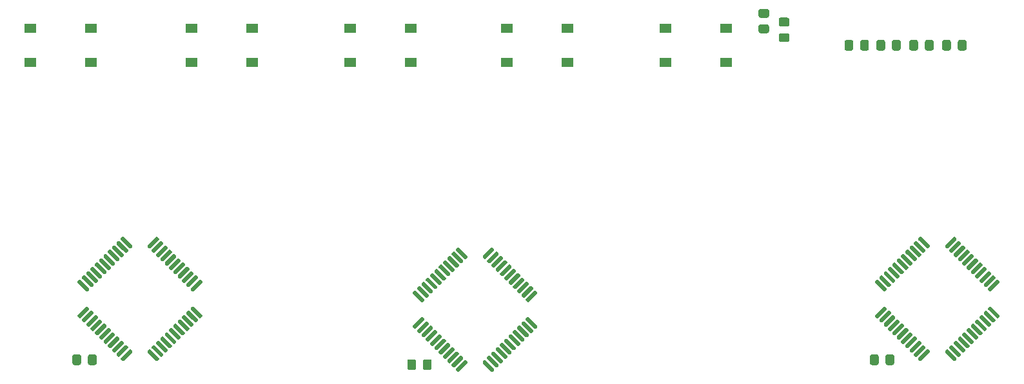
<source format=gbr>
G04 #@! TF.GenerationSoftware,KiCad,Pcbnew,5.1.7*
G04 #@! TF.CreationDate,2020-10-09T13:13:43+08:00*
G04 #@! TF.ProjectId,Nixie,4e697869-652e-46b6-9963-61645f706362,rev?*
G04 #@! TF.SameCoordinates,Original*
G04 #@! TF.FileFunction,Paste,Top*
G04 #@! TF.FilePolarity,Positive*
%FSLAX46Y46*%
G04 Gerber Fmt 4.6, Leading zero omitted, Abs format (unit mm)*
G04 Created by KiCad (PCBNEW 5.1.7) date 2020-10-09 13:13:43*
%MOMM*%
%LPD*%
G01*
G04 APERTURE LIST*
%ADD10R,1.550000X1.300000*%
G04 APERTURE END LIST*
G04 #@! TO.C,U3*
G36*
G01*
X192655051Y-111488788D02*
X193786422Y-112620159D01*
G75*
G02*
X193786422Y-112814613I-97227J-97227D01*
G01*
X193591967Y-113009068D01*
G75*
G02*
X193397513Y-113009068I-97227J97227D01*
G01*
X192266142Y-111877697D01*
G75*
G02*
X192266142Y-111683243I97227J97227D01*
G01*
X192460597Y-111488788D01*
G75*
G02*
X192655051Y-111488788I97227J-97227D01*
G01*
G37*
G36*
G01*
X192089366Y-112054474D02*
X193220737Y-113185845D01*
G75*
G02*
X193220737Y-113380299I-97227J-97227D01*
G01*
X193026282Y-113574754D01*
G75*
G02*
X192831828Y-113574754I-97227J97227D01*
G01*
X191700457Y-112443383D01*
G75*
G02*
X191700457Y-112248929I97227J97227D01*
G01*
X191894912Y-112054474D01*
G75*
G02*
X192089366Y-112054474I97227J-97227D01*
G01*
G37*
G36*
G01*
X191523681Y-112620159D02*
X192655052Y-113751530D01*
G75*
G02*
X192655052Y-113945984I-97227J-97227D01*
G01*
X192460597Y-114140439D01*
G75*
G02*
X192266143Y-114140439I-97227J97227D01*
G01*
X191134772Y-113009068D01*
G75*
G02*
X191134772Y-112814614I97227J97227D01*
G01*
X191329227Y-112620159D01*
G75*
G02*
X191523681Y-112620159I97227J-97227D01*
G01*
G37*
G36*
G01*
X190957995Y-113185844D02*
X192089366Y-114317215D01*
G75*
G02*
X192089366Y-114511669I-97227J-97227D01*
G01*
X191894911Y-114706124D01*
G75*
G02*
X191700457Y-114706124I-97227J97227D01*
G01*
X190569086Y-113574753D01*
G75*
G02*
X190569086Y-113380299I97227J97227D01*
G01*
X190763541Y-113185844D01*
G75*
G02*
X190957995Y-113185844I97227J-97227D01*
G01*
G37*
G36*
G01*
X190392310Y-113751530D02*
X191523681Y-114882901D01*
G75*
G02*
X191523681Y-115077355I-97227J-97227D01*
G01*
X191329226Y-115271810D01*
G75*
G02*
X191134772Y-115271810I-97227J97227D01*
G01*
X190003401Y-114140439D01*
G75*
G02*
X190003401Y-113945985I97227J97227D01*
G01*
X190197856Y-113751530D01*
G75*
G02*
X190392310Y-113751530I97227J-97227D01*
G01*
G37*
G36*
G01*
X189826624Y-114317215D02*
X190957995Y-115448586D01*
G75*
G02*
X190957995Y-115643040I-97227J-97227D01*
G01*
X190763540Y-115837495D01*
G75*
G02*
X190569086Y-115837495I-97227J97227D01*
G01*
X189437715Y-114706124D01*
G75*
G02*
X189437715Y-114511670I97227J97227D01*
G01*
X189632170Y-114317215D01*
G75*
G02*
X189826624Y-114317215I97227J-97227D01*
G01*
G37*
G36*
G01*
X189260939Y-114882901D02*
X190392310Y-116014272D01*
G75*
G02*
X190392310Y-116208726I-97227J-97227D01*
G01*
X190197855Y-116403181D01*
G75*
G02*
X190003401Y-116403181I-97227J97227D01*
G01*
X188872030Y-115271810D01*
G75*
G02*
X188872030Y-115077356I97227J97227D01*
G01*
X189066485Y-114882901D01*
G75*
G02*
X189260939Y-114882901I97227J-97227D01*
G01*
G37*
G36*
G01*
X188695253Y-115448586D02*
X189826624Y-116579957D01*
G75*
G02*
X189826624Y-116774411I-97227J-97227D01*
G01*
X189632169Y-116968866D01*
G75*
G02*
X189437715Y-116968866I-97227J97227D01*
G01*
X188306344Y-115837495D01*
G75*
G02*
X188306344Y-115643041I97227J97227D01*
G01*
X188500799Y-115448586D01*
G75*
G02*
X188695253Y-115448586I97227J-97227D01*
G01*
G37*
G36*
G01*
X188129568Y-116014272D02*
X189260939Y-117145643D01*
G75*
G02*
X189260939Y-117340097I-97227J-97227D01*
G01*
X189066484Y-117534552D01*
G75*
G02*
X188872030Y-117534552I-97227J97227D01*
G01*
X187740659Y-116403181D01*
G75*
G02*
X187740659Y-116208727I97227J97227D01*
G01*
X187935114Y-116014272D01*
G75*
G02*
X188129568Y-116014272I97227J-97227D01*
G01*
G37*
G36*
G01*
X187563883Y-116579957D02*
X188695254Y-117711328D01*
G75*
G02*
X188695254Y-117905782I-97227J-97227D01*
G01*
X188500799Y-118100237D01*
G75*
G02*
X188306345Y-118100237I-97227J97227D01*
G01*
X187174974Y-116968866D01*
G75*
G02*
X187174974Y-116774412I97227J97227D01*
G01*
X187369429Y-116579957D01*
G75*
G02*
X187563883Y-116579957I97227J-97227D01*
G01*
G37*
G36*
G01*
X186998197Y-117145642D02*
X188129568Y-118277013D01*
G75*
G02*
X188129568Y-118471467I-97227J-97227D01*
G01*
X187935113Y-118665922D01*
G75*
G02*
X187740659Y-118665922I-97227J97227D01*
G01*
X186609288Y-117534551D01*
G75*
G02*
X186609288Y-117340097I97227J97227D01*
G01*
X186803743Y-117145642D01*
G75*
G02*
X186998197Y-117145642I97227J-97227D01*
G01*
G37*
G36*
G01*
X184417257Y-117145642D02*
X184611712Y-117340097D01*
G75*
G02*
X184611712Y-117534551I-97227J-97227D01*
G01*
X183480341Y-118665922D01*
G75*
G02*
X183285887Y-118665922I-97227J97227D01*
G01*
X183091432Y-118471467D01*
G75*
G02*
X183091432Y-118277013I97227J97227D01*
G01*
X184222803Y-117145642D01*
G75*
G02*
X184417257Y-117145642I97227J-97227D01*
G01*
G37*
G36*
G01*
X183851571Y-116579957D02*
X184046026Y-116774412D01*
G75*
G02*
X184046026Y-116968866I-97227J-97227D01*
G01*
X182914655Y-118100237D01*
G75*
G02*
X182720201Y-118100237I-97227J97227D01*
G01*
X182525746Y-117905782D01*
G75*
G02*
X182525746Y-117711328I97227J97227D01*
G01*
X183657117Y-116579957D01*
G75*
G02*
X183851571Y-116579957I97227J-97227D01*
G01*
G37*
G36*
G01*
X183285886Y-116014272D02*
X183480341Y-116208727D01*
G75*
G02*
X183480341Y-116403181I-97227J-97227D01*
G01*
X182348970Y-117534552D01*
G75*
G02*
X182154516Y-117534552I-97227J97227D01*
G01*
X181960061Y-117340097D01*
G75*
G02*
X181960061Y-117145643I97227J97227D01*
G01*
X183091432Y-116014272D01*
G75*
G02*
X183285886Y-116014272I97227J-97227D01*
G01*
G37*
G36*
G01*
X182720201Y-115448586D02*
X182914656Y-115643041D01*
G75*
G02*
X182914656Y-115837495I-97227J-97227D01*
G01*
X181783285Y-116968866D01*
G75*
G02*
X181588831Y-116968866I-97227J97227D01*
G01*
X181394376Y-116774411D01*
G75*
G02*
X181394376Y-116579957I97227J97227D01*
G01*
X182525747Y-115448586D01*
G75*
G02*
X182720201Y-115448586I97227J-97227D01*
G01*
G37*
G36*
G01*
X182154515Y-114882901D02*
X182348970Y-115077356D01*
G75*
G02*
X182348970Y-115271810I-97227J-97227D01*
G01*
X181217599Y-116403181D01*
G75*
G02*
X181023145Y-116403181I-97227J97227D01*
G01*
X180828690Y-116208726D01*
G75*
G02*
X180828690Y-116014272I97227J97227D01*
G01*
X181960061Y-114882901D01*
G75*
G02*
X182154515Y-114882901I97227J-97227D01*
G01*
G37*
G36*
G01*
X181588830Y-114317215D02*
X181783285Y-114511670D01*
G75*
G02*
X181783285Y-114706124I-97227J-97227D01*
G01*
X180651914Y-115837495D01*
G75*
G02*
X180457460Y-115837495I-97227J97227D01*
G01*
X180263005Y-115643040D01*
G75*
G02*
X180263005Y-115448586I97227J97227D01*
G01*
X181394376Y-114317215D01*
G75*
G02*
X181588830Y-114317215I97227J-97227D01*
G01*
G37*
G36*
G01*
X181023144Y-113751530D02*
X181217599Y-113945985D01*
G75*
G02*
X181217599Y-114140439I-97227J-97227D01*
G01*
X180086228Y-115271810D01*
G75*
G02*
X179891774Y-115271810I-97227J97227D01*
G01*
X179697319Y-115077355D01*
G75*
G02*
X179697319Y-114882901I97227J97227D01*
G01*
X180828690Y-113751530D01*
G75*
G02*
X181023144Y-113751530I97227J-97227D01*
G01*
G37*
G36*
G01*
X180457459Y-113185844D02*
X180651914Y-113380299D01*
G75*
G02*
X180651914Y-113574753I-97227J-97227D01*
G01*
X179520543Y-114706124D01*
G75*
G02*
X179326089Y-114706124I-97227J97227D01*
G01*
X179131634Y-114511669D01*
G75*
G02*
X179131634Y-114317215I97227J97227D01*
G01*
X180263005Y-113185844D01*
G75*
G02*
X180457459Y-113185844I97227J-97227D01*
G01*
G37*
G36*
G01*
X179891773Y-112620159D02*
X180086228Y-112814614D01*
G75*
G02*
X180086228Y-113009068I-97227J-97227D01*
G01*
X178954857Y-114140439D01*
G75*
G02*
X178760403Y-114140439I-97227J97227D01*
G01*
X178565948Y-113945984D01*
G75*
G02*
X178565948Y-113751530I97227J97227D01*
G01*
X179697319Y-112620159D01*
G75*
G02*
X179891773Y-112620159I97227J-97227D01*
G01*
G37*
G36*
G01*
X179326088Y-112054474D02*
X179520543Y-112248929D01*
G75*
G02*
X179520543Y-112443383I-97227J-97227D01*
G01*
X178389172Y-113574754D01*
G75*
G02*
X178194718Y-113574754I-97227J97227D01*
G01*
X178000263Y-113380299D01*
G75*
G02*
X178000263Y-113185845I97227J97227D01*
G01*
X179131634Y-112054474D01*
G75*
G02*
X179326088Y-112054474I97227J-97227D01*
G01*
G37*
G36*
G01*
X178760403Y-111488788D02*
X178954858Y-111683243D01*
G75*
G02*
X178954858Y-111877697I-97227J-97227D01*
G01*
X177823487Y-113009068D01*
G75*
G02*
X177629033Y-113009068I-97227J97227D01*
G01*
X177434578Y-112814613D01*
G75*
G02*
X177434578Y-112620159I97227J97227D01*
G01*
X178565949Y-111488788D01*
G75*
G02*
X178760403Y-111488788I97227J-97227D01*
G01*
G37*
G36*
G01*
X177823487Y-107970932D02*
X178954858Y-109102303D01*
G75*
G02*
X178954858Y-109296757I-97227J-97227D01*
G01*
X178760403Y-109491212D01*
G75*
G02*
X178565949Y-109491212I-97227J97227D01*
G01*
X177434578Y-108359841D01*
G75*
G02*
X177434578Y-108165387I97227J97227D01*
G01*
X177629033Y-107970932D01*
G75*
G02*
X177823487Y-107970932I97227J-97227D01*
G01*
G37*
G36*
G01*
X178389172Y-107405246D02*
X179520543Y-108536617D01*
G75*
G02*
X179520543Y-108731071I-97227J-97227D01*
G01*
X179326088Y-108925526D01*
G75*
G02*
X179131634Y-108925526I-97227J97227D01*
G01*
X178000263Y-107794155D01*
G75*
G02*
X178000263Y-107599701I97227J97227D01*
G01*
X178194718Y-107405246D01*
G75*
G02*
X178389172Y-107405246I97227J-97227D01*
G01*
G37*
G36*
G01*
X178954857Y-106839561D02*
X180086228Y-107970932D01*
G75*
G02*
X180086228Y-108165386I-97227J-97227D01*
G01*
X179891773Y-108359841D01*
G75*
G02*
X179697319Y-108359841I-97227J97227D01*
G01*
X178565948Y-107228470D01*
G75*
G02*
X178565948Y-107034016I97227J97227D01*
G01*
X178760403Y-106839561D01*
G75*
G02*
X178954857Y-106839561I97227J-97227D01*
G01*
G37*
G36*
G01*
X179520543Y-106273876D02*
X180651914Y-107405247D01*
G75*
G02*
X180651914Y-107599701I-97227J-97227D01*
G01*
X180457459Y-107794156D01*
G75*
G02*
X180263005Y-107794156I-97227J97227D01*
G01*
X179131634Y-106662785D01*
G75*
G02*
X179131634Y-106468331I97227J97227D01*
G01*
X179326089Y-106273876D01*
G75*
G02*
X179520543Y-106273876I97227J-97227D01*
G01*
G37*
G36*
G01*
X180086228Y-105708190D02*
X181217599Y-106839561D01*
G75*
G02*
X181217599Y-107034015I-97227J-97227D01*
G01*
X181023144Y-107228470D01*
G75*
G02*
X180828690Y-107228470I-97227J97227D01*
G01*
X179697319Y-106097099D01*
G75*
G02*
X179697319Y-105902645I97227J97227D01*
G01*
X179891774Y-105708190D01*
G75*
G02*
X180086228Y-105708190I97227J-97227D01*
G01*
G37*
G36*
G01*
X180651914Y-105142505D02*
X181783285Y-106273876D01*
G75*
G02*
X181783285Y-106468330I-97227J-97227D01*
G01*
X181588830Y-106662785D01*
G75*
G02*
X181394376Y-106662785I-97227J97227D01*
G01*
X180263005Y-105531414D01*
G75*
G02*
X180263005Y-105336960I97227J97227D01*
G01*
X180457460Y-105142505D01*
G75*
G02*
X180651914Y-105142505I97227J-97227D01*
G01*
G37*
G36*
G01*
X181217599Y-104576819D02*
X182348970Y-105708190D01*
G75*
G02*
X182348970Y-105902644I-97227J-97227D01*
G01*
X182154515Y-106097099D01*
G75*
G02*
X181960061Y-106097099I-97227J97227D01*
G01*
X180828690Y-104965728D01*
G75*
G02*
X180828690Y-104771274I97227J97227D01*
G01*
X181023145Y-104576819D01*
G75*
G02*
X181217599Y-104576819I97227J-97227D01*
G01*
G37*
G36*
G01*
X181783285Y-104011134D02*
X182914656Y-105142505D01*
G75*
G02*
X182914656Y-105336959I-97227J-97227D01*
G01*
X182720201Y-105531414D01*
G75*
G02*
X182525747Y-105531414I-97227J97227D01*
G01*
X181394376Y-104400043D01*
G75*
G02*
X181394376Y-104205589I97227J97227D01*
G01*
X181588831Y-104011134D01*
G75*
G02*
X181783285Y-104011134I97227J-97227D01*
G01*
G37*
G36*
G01*
X182348970Y-103445448D02*
X183480341Y-104576819D01*
G75*
G02*
X183480341Y-104771273I-97227J-97227D01*
G01*
X183285886Y-104965728D01*
G75*
G02*
X183091432Y-104965728I-97227J97227D01*
G01*
X181960061Y-103834357D01*
G75*
G02*
X181960061Y-103639903I97227J97227D01*
G01*
X182154516Y-103445448D01*
G75*
G02*
X182348970Y-103445448I97227J-97227D01*
G01*
G37*
G36*
G01*
X182914655Y-102879763D02*
X184046026Y-104011134D01*
G75*
G02*
X184046026Y-104205588I-97227J-97227D01*
G01*
X183851571Y-104400043D01*
G75*
G02*
X183657117Y-104400043I-97227J97227D01*
G01*
X182525746Y-103268672D01*
G75*
G02*
X182525746Y-103074218I97227J97227D01*
G01*
X182720201Y-102879763D01*
G75*
G02*
X182914655Y-102879763I97227J-97227D01*
G01*
G37*
G36*
G01*
X183480341Y-102314078D02*
X184611712Y-103445449D01*
G75*
G02*
X184611712Y-103639903I-97227J-97227D01*
G01*
X184417257Y-103834358D01*
G75*
G02*
X184222803Y-103834358I-97227J97227D01*
G01*
X183091432Y-102702987D01*
G75*
G02*
X183091432Y-102508533I97227J97227D01*
G01*
X183285887Y-102314078D01*
G75*
G02*
X183480341Y-102314078I97227J-97227D01*
G01*
G37*
G36*
G01*
X187935113Y-102314078D02*
X188129568Y-102508533D01*
G75*
G02*
X188129568Y-102702987I-97227J-97227D01*
G01*
X186998197Y-103834358D01*
G75*
G02*
X186803743Y-103834358I-97227J97227D01*
G01*
X186609288Y-103639903D01*
G75*
G02*
X186609288Y-103445449I97227J97227D01*
G01*
X187740659Y-102314078D01*
G75*
G02*
X187935113Y-102314078I97227J-97227D01*
G01*
G37*
G36*
G01*
X188500799Y-102879763D02*
X188695254Y-103074218D01*
G75*
G02*
X188695254Y-103268672I-97227J-97227D01*
G01*
X187563883Y-104400043D01*
G75*
G02*
X187369429Y-104400043I-97227J97227D01*
G01*
X187174974Y-104205588D01*
G75*
G02*
X187174974Y-104011134I97227J97227D01*
G01*
X188306345Y-102879763D01*
G75*
G02*
X188500799Y-102879763I97227J-97227D01*
G01*
G37*
G36*
G01*
X189066484Y-103445448D02*
X189260939Y-103639903D01*
G75*
G02*
X189260939Y-103834357I-97227J-97227D01*
G01*
X188129568Y-104965728D01*
G75*
G02*
X187935114Y-104965728I-97227J97227D01*
G01*
X187740659Y-104771273D01*
G75*
G02*
X187740659Y-104576819I97227J97227D01*
G01*
X188872030Y-103445448D01*
G75*
G02*
X189066484Y-103445448I97227J-97227D01*
G01*
G37*
G36*
G01*
X189632169Y-104011134D02*
X189826624Y-104205589D01*
G75*
G02*
X189826624Y-104400043I-97227J-97227D01*
G01*
X188695253Y-105531414D01*
G75*
G02*
X188500799Y-105531414I-97227J97227D01*
G01*
X188306344Y-105336959D01*
G75*
G02*
X188306344Y-105142505I97227J97227D01*
G01*
X189437715Y-104011134D01*
G75*
G02*
X189632169Y-104011134I97227J-97227D01*
G01*
G37*
G36*
G01*
X190197855Y-104576819D02*
X190392310Y-104771274D01*
G75*
G02*
X190392310Y-104965728I-97227J-97227D01*
G01*
X189260939Y-106097099D01*
G75*
G02*
X189066485Y-106097099I-97227J97227D01*
G01*
X188872030Y-105902644D01*
G75*
G02*
X188872030Y-105708190I97227J97227D01*
G01*
X190003401Y-104576819D01*
G75*
G02*
X190197855Y-104576819I97227J-97227D01*
G01*
G37*
G36*
G01*
X190763540Y-105142505D02*
X190957995Y-105336960D01*
G75*
G02*
X190957995Y-105531414I-97227J-97227D01*
G01*
X189826624Y-106662785D01*
G75*
G02*
X189632170Y-106662785I-97227J97227D01*
G01*
X189437715Y-106468330D01*
G75*
G02*
X189437715Y-106273876I97227J97227D01*
G01*
X190569086Y-105142505D01*
G75*
G02*
X190763540Y-105142505I97227J-97227D01*
G01*
G37*
G36*
G01*
X191329226Y-105708190D02*
X191523681Y-105902645D01*
G75*
G02*
X191523681Y-106097099I-97227J-97227D01*
G01*
X190392310Y-107228470D01*
G75*
G02*
X190197856Y-107228470I-97227J97227D01*
G01*
X190003401Y-107034015D01*
G75*
G02*
X190003401Y-106839561I97227J97227D01*
G01*
X191134772Y-105708190D01*
G75*
G02*
X191329226Y-105708190I97227J-97227D01*
G01*
G37*
G36*
G01*
X191894911Y-106273876D02*
X192089366Y-106468331D01*
G75*
G02*
X192089366Y-106662785I-97227J-97227D01*
G01*
X190957995Y-107794156D01*
G75*
G02*
X190763541Y-107794156I-97227J97227D01*
G01*
X190569086Y-107599701D01*
G75*
G02*
X190569086Y-107405247I97227J97227D01*
G01*
X191700457Y-106273876D01*
G75*
G02*
X191894911Y-106273876I97227J-97227D01*
G01*
G37*
G36*
G01*
X192460597Y-106839561D02*
X192655052Y-107034016D01*
G75*
G02*
X192655052Y-107228470I-97227J-97227D01*
G01*
X191523681Y-108359841D01*
G75*
G02*
X191329227Y-108359841I-97227J97227D01*
G01*
X191134772Y-108165386D01*
G75*
G02*
X191134772Y-107970932I97227J97227D01*
G01*
X192266143Y-106839561D01*
G75*
G02*
X192460597Y-106839561I97227J-97227D01*
G01*
G37*
G36*
G01*
X193026282Y-107405246D02*
X193220737Y-107599701D01*
G75*
G02*
X193220737Y-107794155I-97227J-97227D01*
G01*
X192089366Y-108925526D01*
G75*
G02*
X191894912Y-108925526I-97227J97227D01*
G01*
X191700457Y-108731071D01*
G75*
G02*
X191700457Y-108536617I97227J97227D01*
G01*
X192831828Y-107405246D01*
G75*
G02*
X193026282Y-107405246I97227J-97227D01*
G01*
G37*
G36*
G01*
X193591967Y-107970932D02*
X193786422Y-108165387D01*
G75*
G02*
X193786422Y-108359841I-97227J-97227D01*
G01*
X192655051Y-109491212D01*
G75*
G02*
X192460597Y-109491212I-97227J97227D01*
G01*
X192266142Y-109296757D01*
G75*
G02*
X192266142Y-109102303I97227J97227D01*
G01*
X193397513Y-107970932D01*
G75*
G02*
X193591967Y-107970932I97227J-97227D01*
G01*
G37*
G04 #@! TD*
G04 #@! TO.C,U2*
G36*
G01*
X131949051Y-112885788D02*
X133080422Y-114017159D01*
G75*
G02*
X133080422Y-114211613I-97227J-97227D01*
G01*
X132885967Y-114406068D01*
G75*
G02*
X132691513Y-114406068I-97227J97227D01*
G01*
X131560142Y-113274697D01*
G75*
G02*
X131560142Y-113080243I97227J97227D01*
G01*
X131754597Y-112885788D01*
G75*
G02*
X131949051Y-112885788I97227J-97227D01*
G01*
G37*
G36*
G01*
X131383366Y-113451474D02*
X132514737Y-114582845D01*
G75*
G02*
X132514737Y-114777299I-97227J-97227D01*
G01*
X132320282Y-114971754D01*
G75*
G02*
X132125828Y-114971754I-97227J97227D01*
G01*
X130994457Y-113840383D01*
G75*
G02*
X130994457Y-113645929I97227J97227D01*
G01*
X131188912Y-113451474D01*
G75*
G02*
X131383366Y-113451474I97227J-97227D01*
G01*
G37*
G36*
G01*
X130817681Y-114017159D02*
X131949052Y-115148530D01*
G75*
G02*
X131949052Y-115342984I-97227J-97227D01*
G01*
X131754597Y-115537439D01*
G75*
G02*
X131560143Y-115537439I-97227J97227D01*
G01*
X130428772Y-114406068D01*
G75*
G02*
X130428772Y-114211614I97227J97227D01*
G01*
X130623227Y-114017159D01*
G75*
G02*
X130817681Y-114017159I97227J-97227D01*
G01*
G37*
G36*
G01*
X130251995Y-114582844D02*
X131383366Y-115714215D01*
G75*
G02*
X131383366Y-115908669I-97227J-97227D01*
G01*
X131188911Y-116103124D01*
G75*
G02*
X130994457Y-116103124I-97227J97227D01*
G01*
X129863086Y-114971753D01*
G75*
G02*
X129863086Y-114777299I97227J97227D01*
G01*
X130057541Y-114582844D01*
G75*
G02*
X130251995Y-114582844I97227J-97227D01*
G01*
G37*
G36*
G01*
X129686310Y-115148530D02*
X130817681Y-116279901D01*
G75*
G02*
X130817681Y-116474355I-97227J-97227D01*
G01*
X130623226Y-116668810D01*
G75*
G02*
X130428772Y-116668810I-97227J97227D01*
G01*
X129297401Y-115537439D01*
G75*
G02*
X129297401Y-115342985I97227J97227D01*
G01*
X129491856Y-115148530D01*
G75*
G02*
X129686310Y-115148530I97227J-97227D01*
G01*
G37*
G36*
G01*
X129120624Y-115714215D02*
X130251995Y-116845586D01*
G75*
G02*
X130251995Y-117040040I-97227J-97227D01*
G01*
X130057540Y-117234495D01*
G75*
G02*
X129863086Y-117234495I-97227J97227D01*
G01*
X128731715Y-116103124D01*
G75*
G02*
X128731715Y-115908670I97227J97227D01*
G01*
X128926170Y-115714215D01*
G75*
G02*
X129120624Y-115714215I97227J-97227D01*
G01*
G37*
G36*
G01*
X128554939Y-116279901D02*
X129686310Y-117411272D01*
G75*
G02*
X129686310Y-117605726I-97227J-97227D01*
G01*
X129491855Y-117800181D01*
G75*
G02*
X129297401Y-117800181I-97227J97227D01*
G01*
X128166030Y-116668810D01*
G75*
G02*
X128166030Y-116474356I97227J97227D01*
G01*
X128360485Y-116279901D01*
G75*
G02*
X128554939Y-116279901I97227J-97227D01*
G01*
G37*
G36*
G01*
X127989253Y-116845586D02*
X129120624Y-117976957D01*
G75*
G02*
X129120624Y-118171411I-97227J-97227D01*
G01*
X128926169Y-118365866D01*
G75*
G02*
X128731715Y-118365866I-97227J97227D01*
G01*
X127600344Y-117234495D01*
G75*
G02*
X127600344Y-117040041I97227J97227D01*
G01*
X127794799Y-116845586D01*
G75*
G02*
X127989253Y-116845586I97227J-97227D01*
G01*
G37*
G36*
G01*
X127423568Y-117411272D02*
X128554939Y-118542643D01*
G75*
G02*
X128554939Y-118737097I-97227J-97227D01*
G01*
X128360484Y-118931552D01*
G75*
G02*
X128166030Y-118931552I-97227J97227D01*
G01*
X127034659Y-117800181D01*
G75*
G02*
X127034659Y-117605727I97227J97227D01*
G01*
X127229114Y-117411272D01*
G75*
G02*
X127423568Y-117411272I97227J-97227D01*
G01*
G37*
G36*
G01*
X126857883Y-117976957D02*
X127989254Y-119108328D01*
G75*
G02*
X127989254Y-119302782I-97227J-97227D01*
G01*
X127794799Y-119497237D01*
G75*
G02*
X127600345Y-119497237I-97227J97227D01*
G01*
X126468974Y-118365866D01*
G75*
G02*
X126468974Y-118171412I97227J97227D01*
G01*
X126663429Y-117976957D01*
G75*
G02*
X126857883Y-117976957I97227J-97227D01*
G01*
G37*
G36*
G01*
X126292197Y-118542642D02*
X127423568Y-119674013D01*
G75*
G02*
X127423568Y-119868467I-97227J-97227D01*
G01*
X127229113Y-120062922D01*
G75*
G02*
X127034659Y-120062922I-97227J97227D01*
G01*
X125903288Y-118931551D01*
G75*
G02*
X125903288Y-118737097I97227J97227D01*
G01*
X126097743Y-118542642D01*
G75*
G02*
X126292197Y-118542642I97227J-97227D01*
G01*
G37*
G36*
G01*
X123711257Y-118542642D02*
X123905712Y-118737097D01*
G75*
G02*
X123905712Y-118931551I-97227J-97227D01*
G01*
X122774341Y-120062922D01*
G75*
G02*
X122579887Y-120062922I-97227J97227D01*
G01*
X122385432Y-119868467D01*
G75*
G02*
X122385432Y-119674013I97227J97227D01*
G01*
X123516803Y-118542642D01*
G75*
G02*
X123711257Y-118542642I97227J-97227D01*
G01*
G37*
G36*
G01*
X123145571Y-117976957D02*
X123340026Y-118171412D01*
G75*
G02*
X123340026Y-118365866I-97227J-97227D01*
G01*
X122208655Y-119497237D01*
G75*
G02*
X122014201Y-119497237I-97227J97227D01*
G01*
X121819746Y-119302782D01*
G75*
G02*
X121819746Y-119108328I97227J97227D01*
G01*
X122951117Y-117976957D01*
G75*
G02*
X123145571Y-117976957I97227J-97227D01*
G01*
G37*
G36*
G01*
X122579886Y-117411272D02*
X122774341Y-117605727D01*
G75*
G02*
X122774341Y-117800181I-97227J-97227D01*
G01*
X121642970Y-118931552D01*
G75*
G02*
X121448516Y-118931552I-97227J97227D01*
G01*
X121254061Y-118737097D01*
G75*
G02*
X121254061Y-118542643I97227J97227D01*
G01*
X122385432Y-117411272D01*
G75*
G02*
X122579886Y-117411272I97227J-97227D01*
G01*
G37*
G36*
G01*
X122014201Y-116845586D02*
X122208656Y-117040041D01*
G75*
G02*
X122208656Y-117234495I-97227J-97227D01*
G01*
X121077285Y-118365866D01*
G75*
G02*
X120882831Y-118365866I-97227J97227D01*
G01*
X120688376Y-118171411D01*
G75*
G02*
X120688376Y-117976957I97227J97227D01*
G01*
X121819747Y-116845586D01*
G75*
G02*
X122014201Y-116845586I97227J-97227D01*
G01*
G37*
G36*
G01*
X121448515Y-116279901D02*
X121642970Y-116474356D01*
G75*
G02*
X121642970Y-116668810I-97227J-97227D01*
G01*
X120511599Y-117800181D01*
G75*
G02*
X120317145Y-117800181I-97227J97227D01*
G01*
X120122690Y-117605726D01*
G75*
G02*
X120122690Y-117411272I97227J97227D01*
G01*
X121254061Y-116279901D01*
G75*
G02*
X121448515Y-116279901I97227J-97227D01*
G01*
G37*
G36*
G01*
X120882830Y-115714215D02*
X121077285Y-115908670D01*
G75*
G02*
X121077285Y-116103124I-97227J-97227D01*
G01*
X119945914Y-117234495D01*
G75*
G02*
X119751460Y-117234495I-97227J97227D01*
G01*
X119557005Y-117040040D01*
G75*
G02*
X119557005Y-116845586I97227J97227D01*
G01*
X120688376Y-115714215D01*
G75*
G02*
X120882830Y-115714215I97227J-97227D01*
G01*
G37*
G36*
G01*
X120317144Y-115148530D02*
X120511599Y-115342985D01*
G75*
G02*
X120511599Y-115537439I-97227J-97227D01*
G01*
X119380228Y-116668810D01*
G75*
G02*
X119185774Y-116668810I-97227J97227D01*
G01*
X118991319Y-116474355D01*
G75*
G02*
X118991319Y-116279901I97227J97227D01*
G01*
X120122690Y-115148530D01*
G75*
G02*
X120317144Y-115148530I97227J-97227D01*
G01*
G37*
G36*
G01*
X119751459Y-114582844D02*
X119945914Y-114777299D01*
G75*
G02*
X119945914Y-114971753I-97227J-97227D01*
G01*
X118814543Y-116103124D01*
G75*
G02*
X118620089Y-116103124I-97227J97227D01*
G01*
X118425634Y-115908669D01*
G75*
G02*
X118425634Y-115714215I97227J97227D01*
G01*
X119557005Y-114582844D01*
G75*
G02*
X119751459Y-114582844I97227J-97227D01*
G01*
G37*
G36*
G01*
X119185773Y-114017159D02*
X119380228Y-114211614D01*
G75*
G02*
X119380228Y-114406068I-97227J-97227D01*
G01*
X118248857Y-115537439D01*
G75*
G02*
X118054403Y-115537439I-97227J97227D01*
G01*
X117859948Y-115342984D01*
G75*
G02*
X117859948Y-115148530I97227J97227D01*
G01*
X118991319Y-114017159D01*
G75*
G02*
X119185773Y-114017159I97227J-97227D01*
G01*
G37*
G36*
G01*
X118620088Y-113451474D02*
X118814543Y-113645929D01*
G75*
G02*
X118814543Y-113840383I-97227J-97227D01*
G01*
X117683172Y-114971754D01*
G75*
G02*
X117488718Y-114971754I-97227J97227D01*
G01*
X117294263Y-114777299D01*
G75*
G02*
X117294263Y-114582845I97227J97227D01*
G01*
X118425634Y-113451474D01*
G75*
G02*
X118620088Y-113451474I97227J-97227D01*
G01*
G37*
G36*
G01*
X118054403Y-112885788D02*
X118248858Y-113080243D01*
G75*
G02*
X118248858Y-113274697I-97227J-97227D01*
G01*
X117117487Y-114406068D01*
G75*
G02*
X116923033Y-114406068I-97227J97227D01*
G01*
X116728578Y-114211613D01*
G75*
G02*
X116728578Y-114017159I97227J97227D01*
G01*
X117859949Y-112885788D01*
G75*
G02*
X118054403Y-112885788I97227J-97227D01*
G01*
G37*
G36*
G01*
X117117487Y-109367932D02*
X118248858Y-110499303D01*
G75*
G02*
X118248858Y-110693757I-97227J-97227D01*
G01*
X118054403Y-110888212D01*
G75*
G02*
X117859949Y-110888212I-97227J97227D01*
G01*
X116728578Y-109756841D01*
G75*
G02*
X116728578Y-109562387I97227J97227D01*
G01*
X116923033Y-109367932D01*
G75*
G02*
X117117487Y-109367932I97227J-97227D01*
G01*
G37*
G36*
G01*
X117683172Y-108802246D02*
X118814543Y-109933617D01*
G75*
G02*
X118814543Y-110128071I-97227J-97227D01*
G01*
X118620088Y-110322526D01*
G75*
G02*
X118425634Y-110322526I-97227J97227D01*
G01*
X117294263Y-109191155D01*
G75*
G02*
X117294263Y-108996701I97227J97227D01*
G01*
X117488718Y-108802246D01*
G75*
G02*
X117683172Y-108802246I97227J-97227D01*
G01*
G37*
G36*
G01*
X118248857Y-108236561D02*
X119380228Y-109367932D01*
G75*
G02*
X119380228Y-109562386I-97227J-97227D01*
G01*
X119185773Y-109756841D01*
G75*
G02*
X118991319Y-109756841I-97227J97227D01*
G01*
X117859948Y-108625470D01*
G75*
G02*
X117859948Y-108431016I97227J97227D01*
G01*
X118054403Y-108236561D01*
G75*
G02*
X118248857Y-108236561I97227J-97227D01*
G01*
G37*
G36*
G01*
X118814543Y-107670876D02*
X119945914Y-108802247D01*
G75*
G02*
X119945914Y-108996701I-97227J-97227D01*
G01*
X119751459Y-109191156D01*
G75*
G02*
X119557005Y-109191156I-97227J97227D01*
G01*
X118425634Y-108059785D01*
G75*
G02*
X118425634Y-107865331I97227J97227D01*
G01*
X118620089Y-107670876D01*
G75*
G02*
X118814543Y-107670876I97227J-97227D01*
G01*
G37*
G36*
G01*
X119380228Y-107105190D02*
X120511599Y-108236561D01*
G75*
G02*
X120511599Y-108431015I-97227J-97227D01*
G01*
X120317144Y-108625470D01*
G75*
G02*
X120122690Y-108625470I-97227J97227D01*
G01*
X118991319Y-107494099D01*
G75*
G02*
X118991319Y-107299645I97227J97227D01*
G01*
X119185774Y-107105190D01*
G75*
G02*
X119380228Y-107105190I97227J-97227D01*
G01*
G37*
G36*
G01*
X119945914Y-106539505D02*
X121077285Y-107670876D01*
G75*
G02*
X121077285Y-107865330I-97227J-97227D01*
G01*
X120882830Y-108059785D01*
G75*
G02*
X120688376Y-108059785I-97227J97227D01*
G01*
X119557005Y-106928414D01*
G75*
G02*
X119557005Y-106733960I97227J97227D01*
G01*
X119751460Y-106539505D01*
G75*
G02*
X119945914Y-106539505I97227J-97227D01*
G01*
G37*
G36*
G01*
X120511599Y-105973819D02*
X121642970Y-107105190D01*
G75*
G02*
X121642970Y-107299644I-97227J-97227D01*
G01*
X121448515Y-107494099D01*
G75*
G02*
X121254061Y-107494099I-97227J97227D01*
G01*
X120122690Y-106362728D01*
G75*
G02*
X120122690Y-106168274I97227J97227D01*
G01*
X120317145Y-105973819D01*
G75*
G02*
X120511599Y-105973819I97227J-97227D01*
G01*
G37*
G36*
G01*
X121077285Y-105408134D02*
X122208656Y-106539505D01*
G75*
G02*
X122208656Y-106733959I-97227J-97227D01*
G01*
X122014201Y-106928414D01*
G75*
G02*
X121819747Y-106928414I-97227J97227D01*
G01*
X120688376Y-105797043D01*
G75*
G02*
X120688376Y-105602589I97227J97227D01*
G01*
X120882831Y-105408134D01*
G75*
G02*
X121077285Y-105408134I97227J-97227D01*
G01*
G37*
G36*
G01*
X121642970Y-104842448D02*
X122774341Y-105973819D01*
G75*
G02*
X122774341Y-106168273I-97227J-97227D01*
G01*
X122579886Y-106362728D01*
G75*
G02*
X122385432Y-106362728I-97227J97227D01*
G01*
X121254061Y-105231357D01*
G75*
G02*
X121254061Y-105036903I97227J97227D01*
G01*
X121448516Y-104842448D01*
G75*
G02*
X121642970Y-104842448I97227J-97227D01*
G01*
G37*
G36*
G01*
X122208655Y-104276763D02*
X123340026Y-105408134D01*
G75*
G02*
X123340026Y-105602588I-97227J-97227D01*
G01*
X123145571Y-105797043D01*
G75*
G02*
X122951117Y-105797043I-97227J97227D01*
G01*
X121819746Y-104665672D01*
G75*
G02*
X121819746Y-104471218I97227J97227D01*
G01*
X122014201Y-104276763D01*
G75*
G02*
X122208655Y-104276763I97227J-97227D01*
G01*
G37*
G36*
G01*
X122774341Y-103711078D02*
X123905712Y-104842449D01*
G75*
G02*
X123905712Y-105036903I-97227J-97227D01*
G01*
X123711257Y-105231358D01*
G75*
G02*
X123516803Y-105231358I-97227J97227D01*
G01*
X122385432Y-104099987D01*
G75*
G02*
X122385432Y-103905533I97227J97227D01*
G01*
X122579887Y-103711078D01*
G75*
G02*
X122774341Y-103711078I97227J-97227D01*
G01*
G37*
G36*
G01*
X127229113Y-103711078D02*
X127423568Y-103905533D01*
G75*
G02*
X127423568Y-104099987I-97227J-97227D01*
G01*
X126292197Y-105231358D01*
G75*
G02*
X126097743Y-105231358I-97227J97227D01*
G01*
X125903288Y-105036903D01*
G75*
G02*
X125903288Y-104842449I97227J97227D01*
G01*
X127034659Y-103711078D01*
G75*
G02*
X127229113Y-103711078I97227J-97227D01*
G01*
G37*
G36*
G01*
X127794799Y-104276763D02*
X127989254Y-104471218D01*
G75*
G02*
X127989254Y-104665672I-97227J-97227D01*
G01*
X126857883Y-105797043D01*
G75*
G02*
X126663429Y-105797043I-97227J97227D01*
G01*
X126468974Y-105602588D01*
G75*
G02*
X126468974Y-105408134I97227J97227D01*
G01*
X127600345Y-104276763D01*
G75*
G02*
X127794799Y-104276763I97227J-97227D01*
G01*
G37*
G36*
G01*
X128360484Y-104842448D02*
X128554939Y-105036903D01*
G75*
G02*
X128554939Y-105231357I-97227J-97227D01*
G01*
X127423568Y-106362728D01*
G75*
G02*
X127229114Y-106362728I-97227J97227D01*
G01*
X127034659Y-106168273D01*
G75*
G02*
X127034659Y-105973819I97227J97227D01*
G01*
X128166030Y-104842448D01*
G75*
G02*
X128360484Y-104842448I97227J-97227D01*
G01*
G37*
G36*
G01*
X128926169Y-105408134D02*
X129120624Y-105602589D01*
G75*
G02*
X129120624Y-105797043I-97227J-97227D01*
G01*
X127989253Y-106928414D01*
G75*
G02*
X127794799Y-106928414I-97227J97227D01*
G01*
X127600344Y-106733959D01*
G75*
G02*
X127600344Y-106539505I97227J97227D01*
G01*
X128731715Y-105408134D01*
G75*
G02*
X128926169Y-105408134I97227J-97227D01*
G01*
G37*
G36*
G01*
X129491855Y-105973819D02*
X129686310Y-106168274D01*
G75*
G02*
X129686310Y-106362728I-97227J-97227D01*
G01*
X128554939Y-107494099D01*
G75*
G02*
X128360485Y-107494099I-97227J97227D01*
G01*
X128166030Y-107299644D01*
G75*
G02*
X128166030Y-107105190I97227J97227D01*
G01*
X129297401Y-105973819D01*
G75*
G02*
X129491855Y-105973819I97227J-97227D01*
G01*
G37*
G36*
G01*
X130057540Y-106539505D02*
X130251995Y-106733960D01*
G75*
G02*
X130251995Y-106928414I-97227J-97227D01*
G01*
X129120624Y-108059785D01*
G75*
G02*
X128926170Y-108059785I-97227J97227D01*
G01*
X128731715Y-107865330D01*
G75*
G02*
X128731715Y-107670876I97227J97227D01*
G01*
X129863086Y-106539505D01*
G75*
G02*
X130057540Y-106539505I97227J-97227D01*
G01*
G37*
G36*
G01*
X130623226Y-107105190D02*
X130817681Y-107299645D01*
G75*
G02*
X130817681Y-107494099I-97227J-97227D01*
G01*
X129686310Y-108625470D01*
G75*
G02*
X129491856Y-108625470I-97227J97227D01*
G01*
X129297401Y-108431015D01*
G75*
G02*
X129297401Y-108236561I97227J97227D01*
G01*
X130428772Y-107105190D01*
G75*
G02*
X130623226Y-107105190I97227J-97227D01*
G01*
G37*
G36*
G01*
X131188911Y-107670876D02*
X131383366Y-107865331D01*
G75*
G02*
X131383366Y-108059785I-97227J-97227D01*
G01*
X130251995Y-109191156D01*
G75*
G02*
X130057541Y-109191156I-97227J97227D01*
G01*
X129863086Y-108996701D01*
G75*
G02*
X129863086Y-108802247I97227J97227D01*
G01*
X130994457Y-107670876D01*
G75*
G02*
X131188911Y-107670876I97227J-97227D01*
G01*
G37*
G36*
G01*
X131754597Y-108236561D02*
X131949052Y-108431016D01*
G75*
G02*
X131949052Y-108625470I-97227J-97227D01*
G01*
X130817681Y-109756841D01*
G75*
G02*
X130623227Y-109756841I-97227J97227D01*
G01*
X130428772Y-109562386D01*
G75*
G02*
X130428772Y-109367932I97227J97227D01*
G01*
X131560143Y-108236561D01*
G75*
G02*
X131754597Y-108236561I97227J-97227D01*
G01*
G37*
G36*
G01*
X132320282Y-108802246D02*
X132514737Y-108996701D01*
G75*
G02*
X132514737Y-109191155I-97227J-97227D01*
G01*
X131383366Y-110322526D01*
G75*
G02*
X131188912Y-110322526I-97227J97227D01*
G01*
X130994457Y-110128071D01*
G75*
G02*
X130994457Y-109933617I97227J97227D01*
G01*
X132125828Y-108802246D01*
G75*
G02*
X132320282Y-108802246I97227J-97227D01*
G01*
G37*
G36*
G01*
X132885967Y-109367932D02*
X133080422Y-109562387D01*
G75*
G02*
X133080422Y-109756841I-97227J-97227D01*
G01*
X131949051Y-110888212D01*
G75*
G02*
X131754597Y-110888212I-97227J97227D01*
G01*
X131560142Y-110693757D01*
G75*
G02*
X131560142Y-110499303I97227J97227D01*
G01*
X132691513Y-109367932D01*
G75*
G02*
X132885967Y-109367932I97227J-97227D01*
G01*
G37*
G04 #@! TD*
G04 #@! TO.C,U1*
G36*
G01*
X87943551Y-111488788D02*
X89074922Y-112620159D01*
G75*
G02*
X89074922Y-112814613I-97227J-97227D01*
G01*
X88880467Y-113009068D01*
G75*
G02*
X88686013Y-113009068I-97227J97227D01*
G01*
X87554642Y-111877697D01*
G75*
G02*
X87554642Y-111683243I97227J97227D01*
G01*
X87749097Y-111488788D01*
G75*
G02*
X87943551Y-111488788I97227J-97227D01*
G01*
G37*
G36*
G01*
X87377866Y-112054474D02*
X88509237Y-113185845D01*
G75*
G02*
X88509237Y-113380299I-97227J-97227D01*
G01*
X88314782Y-113574754D01*
G75*
G02*
X88120328Y-113574754I-97227J97227D01*
G01*
X86988957Y-112443383D01*
G75*
G02*
X86988957Y-112248929I97227J97227D01*
G01*
X87183412Y-112054474D01*
G75*
G02*
X87377866Y-112054474I97227J-97227D01*
G01*
G37*
G36*
G01*
X86812181Y-112620159D02*
X87943552Y-113751530D01*
G75*
G02*
X87943552Y-113945984I-97227J-97227D01*
G01*
X87749097Y-114140439D01*
G75*
G02*
X87554643Y-114140439I-97227J97227D01*
G01*
X86423272Y-113009068D01*
G75*
G02*
X86423272Y-112814614I97227J97227D01*
G01*
X86617727Y-112620159D01*
G75*
G02*
X86812181Y-112620159I97227J-97227D01*
G01*
G37*
G36*
G01*
X86246495Y-113185844D02*
X87377866Y-114317215D01*
G75*
G02*
X87377866Y-114511669I-97227J-97227D01*
G01*
X87183411Y-114706124D01*
G75*
G02*
X86988957Y-114706124I-97227J97227D01*
G01*
X85857586Y-113574753D01*
G75*
G02*
X85857586Y-113380299I97227J97227D01*
G01*
X86052041Y-113185844D01*
G75*
G02*
X86246495Y-113185844I97227J-97227D01*
G01*
G37*
G36*
G01*
X85680810Y-113751530D02*
X86812181Y-114882901D01*
G75*
G02*
X86812181Y-115077355I-97227J-97227D01*
G01*
X86617726Y-115271810D01*
G75*
G02*
X86423272Y-115271810I-97227J97227D01*
G01*
X85291901Y-114140439D01*
G75*
G02*
X85291901Y-113945985I97227J97227D01*
G01*
X85486356Y-113751530D01*
G75*
G02*
X85680810Y-113751530I97227J-97227D01*
G01*
G37*
G36*
G01*
X85115124Y-114317215D02*
X86246495Y-115448586D01*
G75*
G02*
X86246495Y-115643040I-97227J-97227D01*
G01*
X86052040Y-115837495D01*
G75*
G02*
X85857586Y-115837495I-97227J97227D01*
G01*
X84726215Y-114706124D01*
G75*
G02*
X84726215Y-114511670I97227J97227D01*
G01*
X84920670Y-114317215D01*
G75*
G02*
X85115124Y-114317215I97227J-97227D01*
G01*
G37*
G36*
G01*
X84549439Y-114882901D02*
X85680810Y-116014272D01*
G75*
G02*
X85680810Y-116208726I-97227J-97227D01*
G01*
X85486355Y-116403181D01*
G75*
G02*
X85291901Y-116403181I-97227J97227D01*
G01*
X84160530Y-115271810D01*
G75*
G02*
X84160530Y-115077356I97227J97227D01*
G01*
X84354985Y-114882901D01*
G75*
G02*
X84549439Y-114882901I97227J-97227D01*
G01*
G37*
G36*
G01*
X83983753Y-115448586D02*
X85115124Y-116579957D01*
G75*
G02*
X85115124Y-116774411I-97227J-97227D01*
G01*
X84920669Y-116968866D01*
G75*
G02*
X84726215Y-116968866I-97227J97227D01*
G01*
X83594844Y-115837495D01*
G75*
G02*
X83594844Y-115643041I97227J97227D01*
G01*
X83789299Y-115448586D01*
G75*
G02*
X83983753Y-115448586I97227J-97227D01*
G01*
G37*
G36*
G01*
X83418068Y-116014272D02*
X84549439Y-117145643D01*
G75*
G02*
X84549439Y-117340097I-97227J-97227D01*
G01*
X84354984Y-117534552D01*
G75*
G02*
X84160530Y-117534552I-97227J97227D01*
G01*
X83029159Y-116403181D01*
G75*
G02*
X83029159Y-116208727I97227J97227D01*
G01*
X83223614Y-116014272D01*
G75*
G02*
X83418068Y-116014272I97227J-97227D01*
G01*
G37*
G36*
G01*
X82852383Y-116579957D02*
X83983754Y-117711328D01*
G75*
G02*
X83983754Y-117905782I-97227J-97227D01*
G01*
X83789299Y-118100237D01*
G75*
G02*
X83594845Y-118100237I-97227J97227D01*
G01*
X82463474Y-116968866D01*
G75*
G02*
X82463474Y-116774412I97227J97227D01*
G01*
X82657929Y-116579957D01*
G75*
G02*
X82852383Y-116579957I97227J-97227D01*
G01*
G37*
G36*
G01*
X82286697Y-117145642D02*
X83418068Y-118277013D01*
G75*
G02*
X83418068Y-118471467I-97227J-97227D01*
G01*
X83223613Y-118665922D01*
G75*
G02*
X83029159Y-118665922I-97227J97227D01*
G01*
X81897788Y-117534551D01*
G75*
G02*
X81897788Y-117340097I97227J97227D01*
G01*
X82092243Y-117145642D01*
G75*
G02*
X82286697Y-117145642I97227J-97227D01*
G01*
G37*
G36*
G01*
X79705757Y-117145642D02*
X79900212Y-117340097D01*
G75*
G02*
X79900212Y-117534551I-97227J-97227D01*
G01*
X78768841Y-118665922D01*
G75*
G02*
X78574387Y-118665922I-97227J97227D01*
G01*
X78379932Y-118471467D01*
G75*
G02*
X78379932Y-118277013I97227J97227D01*
G01*
X79511303Y-117145642D01*
G75*
G02*
X79705757Y-117145642I97227J-97227D01*
G01*
G37*
G36*
G01*
X79140071Y-116579957D02*
X79334526Y-116774412D01*
G75*
G02*
X79334526Y-116968866I-97227J-97227D01*
G01*
X78203155Y-118100237D01*
G75*
G02*
X78008701Y-118100237I-97227J97227D01*
G01*
X77814246Y-117905782D01*
G75*
G02*
X77814246Y-117711328I97227J97227D01*
G01*
X78945617Y-116579957D01*
G75*
G02*
X79140071Y-116579957I97227J-97227D01*
G01*
G37*
G36*
G01*
X78574386Y-116014272D02*
X78768841Y-116208727D01*
G75*
G02*
X78768841Y-116403181I-97227J-97227D01*
G01*
X77637470Y-117534552D01*
G75*
G02*
X77443016Y-117534552I-97227J97227D01*
G01*
X77248561Y-117340097D01*
G75*
G02*
X77248561Y-117145643I97227J97227D01*
G01*
X78379932Y-116014272D01*
G75*
G02*
X78574386Y-116014272I97227J-97227D01*
G01*
G37*
G36*
G01*
X78008701Y-115448586D02*
X78203156Y-115643041D01*
G75*
G02*
X78203156Y-115837495I-97227J-97227D01*
G01*
X77071785Y-116968866D01*
G75*
G02*
X76877331Y-116968866I-97227J97227D01*
G01*
X76682876Y-116774411D01*
G75*
G02*
X76682876Y-116579957I97227J97227D01*
G01*
X77814247Y-115448586D01*
G75*
G02*
X78008701Y-115448586I97227J-97227D01*
G01*
G37*
G36*
G01*
X77443015Y-114882901D02*
X77637470Y-115077356D01*
G75*
G02*
X77637470Y-115271810I-97227J-97227D01*
G01*
X76506099Y-116403181D01*
G75*
G02*
X76311645Y-116403181I-97227J97227D01*
G01*
X76117190Y-116208726D01*
G75*
G02*
X76117190Y-116014272I97227J97227D01*
G01*
X77248561Y-114882901D01*
G75*
G02*
X77443015Y-114882901I97227J-97227D01*
G01*
G37*
G36*
G01*
X76877330Y-114317215D02*
X77071785Y-114511670D01*
G75*
G02*
X77071785Y-114706124I-97227J-97227D01*
G01*
X75940414Y-115837495D01*
G75*
G02*
X75745960Y-115837495I-97227J97227D01*
G01*
X75551505Y-115643040D01*
G75*
G02*
X75551505Y-115448586I97227J97227D01*
G01*
X76682876Y-114317215D01*
G75*
G02*
X76877330Y-114317215I97227J-97227D01*
G01*
G37*
G36*
G01*
X76311644Y-113751530D02*
X76506099Y-113945985D01*
G75*
G02*
X76506099Y-114140439I-97227J-97227D01*
G01*
X75374728Y-115271810D01*
G75*
G02*
X75180274Y-115271810I-97227J97227D01*
G01*
X74985819Y-115077355D01*
G75*
G02*
X74985819Y-114882901I97227J97227D01*
G01*
X76117190Y-113751530D01*
G75*
G02*
X76311644Y-113751530I97227J-97227D01*
G01*
G37*
G36*
G01*
X75745959Y-113185844D02*
X75940414Y-113380299D01*
G75*
G02*
X75940414Y-113574753I-97227J-97227D01*
G01*
X74809043Y-114706124D01*
G75*
G02*
X74614589Y-114706124I-97227J97227D01*
G01*
X74420134Y-114511669D01*
G75*
G02*
X74420134Y-114317215I97227J97227D01*
G01*
X75551505Y-113185844D01*
G75*
G02*
X75745959Y-113185844I97227J-97227D01*
G01*
G37*
G36*
G01*
X75180273Y-112620159D02*
X75374728Y-112814614D01*
G75*
G02*
X75374728Y-113009068I-97227J-97227D01*
G01*
X74243357Y-114140439D01*
G75*
G02*
X74048903Y-114140439I-97227J97227D01*
G01*
X73854448Y-113945984D01*
G75*
G02*
X73854448Y-113751530I97227J97227D01*
G01*
X74985819Y-112620159D01*
G75*
G02*
X75180273Y-112620159I97227J-97227D01*
G01*
G37*
G36*
G01*
X74614588Y-112054474D02*
X74809043Y-112248929D01*
G75*
G02*
X74809043Y-112443383I-97227J-97227D01*
G01*
X73677672Y-113574754D01*
G75*
G02*
X73483218Y-113574754I-97227J97227D01*
G01*
X73288763Y-113380299D01*
G75*
G02*
X73288763Y-113185845I97227J97227D01*
G01*
X74420134Y-112054474D01*
G75*
G02*
X74614588Y-112054474I97227J-97227D01*
G01*
G37*
G36*
G01*
X74048903Y-111488788D02*
X74243358Y-111683243D01*
G75*
G02*
X74243358Y-111877697I-97227J-97227D01*
G01*
X73111987Y-113009068D01*
G75*
G02*
X72917533Y-113009068I-97227J97227D01*
G01*
X72723078Y-112814613D01*
G75*
G02*
X72723078Y-112620159I97227J97227D01*
G01*
X73854449Y-111488788D01*
G75*
G02*
X74048903Y-111488788I97227J-97227D01*
G01*
G37*
G36*
G01*
X73111987Y-107970932D02*
X74243358Y-109102303D01*
G75*
G02*
X74243358Y-109296757I-97227J-97227D01*
G01*
X74048903Y-109491212D01*
G75*
G02*
X73854449Y-109491212I-97227J97227D01*
G01*
X72723078Y-108359841D01*
G75*
G02*
X72723078Y-108165387I97227J97227D01*
G01*
X72917533Y-107970932D01*
G75*
G02*
X73111987Y-107970932I97227J-97227D01*
G01*
G37*
G36*
G01*
X73677672Y-107405246D02*
X74809043Y-108536617D01*
G75*
G02*
X74809043Y-108731071I-97227J-97227D01*
G01*
X74614588Y-108925526D01*
G75*
G02*
X74420134Y-108925526I-97227J97227D01*
G01*
X73288763Y-107794155D01*
G75*
G02*
X73288763Y-107599701I97227J97227D01*
G01*
X73483218Y-107405246D01*
G75*
G02*
X73677672Y-107405246I97227J-97227D01*
G01*
G37*
G36*
G01*
X74243357Y-106839561D02*
X75374728Y-107970932D01*
G75*
G02*
X75374728Y-108165386I-97227J-97227D01*
G01*
X75180273Y-108359841D01*
G75*
G02*
X74985819Y-108359841I-97227J97227D01*
G01*
X73854448Y-107228470D01*
G75*
G02*
X73854448Y-107034016I97227J97227D01*
G01*
X74048903Y-106839561D01*
G75*
G02*
X74243357Y-106839561I97227J-97227D01*
G01*
G37*
G36*
G01*
X74809043Y-106273876D02*
X75940414Y-107405247D01*
G75*
G02*
X75940414Y-107599701I-97227J-97227D01*
G01*
X75745959Y-107794156D01*
G75*
G02*
X75551505Y-107794156I-97227J97227D01*
G01*
X74420134Y-106662785D01*
G75*
G02*
X74420134Y-106468331I97227J97227D01*
G01*
X74614589Y-106273876D01*
G75*
G02*
X74809043Y-106273876I97227J-97227D01*
G01*
G37*
G36*
G01*
X75374728Y-105708190D02*
X76506099Y-106839561D01*
G75*
G02*
X76506099Y-107034015I-97227J-97227D01*
G01*
X76311644Y-107228470D01*
G75*
G02*
X76117190Y-107228470I-97227J97227D01*
G01*
X74985819Y-106097099D01*
G75*
G02*
X74985819Y-105902645I97227J97227D01*
G01*
X75180274Y-105708190D01*
G75*
G02*
X75374728Y-105708190I97227J-97227D01*
G01*
G37*
G36*
G01*
X75940414Y-105142505D02*
X77071785Y-106273876D01*
G75*
G02*
X77071785Y-106468330I-97227J-97227D01*
G01*
X76877330Y-106662785D01*
G75*
G02*
X76682876Y-106662785I-97227J97227D01*
G01*
X75551505Y-105531414D01*
G75*
G02*
X75551505Y-105336960I97227J97227D01*
G01*
X75745960Y-105142505D01*
G75*
G02*
X75940414Y-105142505I97227J-97227D01*
G01*
G37*
G36*
G01*
X76506099Y-104576819D02*
X77637470Y-105708190D01*
G75*
G02*
X77637470Y-105902644I-97227J-97227D01*
G01*
X77443015Y-106097099D01*
G75*
G02*
X77248561Y-106097099I-97227J97227D01*
G01*
X76117190Y-104965728D01*
G75*
G02*
X76117190Y-104771274I97227J97227D01*
G01*
X76311645Y-104576819D01*
G75*
G02*
X76506099Y-104576819I97227J-97227D01*
G01*
G37*
G36*
G01*
X77071785Y-104011134D02*
X78203156Y-105142505D01*
G75*
G02*
X78203156Y-105336959I-97227J-97227D01*
G01*
X78008701Y-105531414D01*
G75*
G02*
X77814247Y-105531414I-97227J97227D01*
G01*
X76682876Y-104400043D01*
G75*
G02*
X76682876Y-104205589I97227J97227D01*
G01*
X76877331Y-104011134D01*
G75*
G02*
X77071785Y-104011134I97227J-97227D01*
G01*
G37*
G36*
G01*
X77637470Y-103445448D02*
X78768841Y-104576819D01*
G75*
G02*
X78768841Y-104771273I-97227J-97227D01*
G01*
X78574386Y-104965728D01*
G75*
G02*
X78379932Y-104965728I-97227J97227D01*
G01*
X77248561Y-103834357D01*
G75*
G02*
X77248561Y-103639903I97227J97227D01*
G01*
X77443016Y-103445448D01*
G75*
G02*
X77637470Y-103445448I97227J-97227D01*
G01*
G37*
G36*
G01*
X78203155Y-102879763D02*
X79334526Y-104011134D01*
G75*
G02*
X79334526Y-104205588I-97227J-97227D01*
G01*
X79140071Y-104400043D01*
G75*
G02*
X78945617Y-104400043I-97227J97227D01*
G01*
X77814246Y-103268672D01*
G75*
G02*
X77814246Y-103074218I97227J97227D01*
G01*
X78008701Y-102879763D01*
G75*
G02*
X78203155Y-102879763I97227J-97227D01*
G01*
G37*
G36*
G01*
X78768841Y-102314078D02*
X79900212Y-103445449D01*
G75*
G02*
X79900212Y-103639903I-97227J-97227D01*
G01*
X79705757Y-103834358D01*
G75*
G02*
X79511303Y-103834358I-97227J97227D01*
G01*
X78379932Y-102702987D01*
G75*
G02*
X78379932Y-102508533I97227J97227D01*
G01*
X78574387Y-102314078D01*
G75*
G02*
X78768841Y-102314078I97227J-97227D01*
G01*
G37*
G36*
G01*
X83223613Y-102314078D02*
X83418068Y-102508533D01*
G75*
G02*
X83418068Y-102702987I-97227J-97227D01*
G01*
X82286697Y-103834358D01*
G75*
G02*
X82092243Y-103834358I-97227J97227D01*
G01*
X81897788Y-103639903D01*
G75*
G02*
X81897788Y-103445449I97227J97227D01*
G01*
X83029159Y-102314078D01*
G75*
G02*
X83223613Y-102314078I97227J-97227D01*
G01*
G37*
G36*
G01*
X83789299Y-102879763D02*
X83983754Y-103074218D01*
G75*
G02*
X83983754Y-103268672I-97227J-97227D01*
G01*
X82852383Y-104400043D01*
G75*
G02*
X82657929Y-104400043I-97227J97227D01*
G01*
X82463474Y-104205588D01*
G75*
G02*
X82463474Y-104011134I97227J97227D01*
G01*
X83594845Y-102879763D01*
G75*
G02*
X83789299Y-102879763I97227J-97227D01*
G01*
G37*
G36*
G01*
X84354984Y-103445448D02*
X84549439Y-103639903D01*
G75*
G02*
X84549439Y-103834357I-97227J-97227D01*
G01*
X83418068Y-104965728D01*
G75*
G02*
X83223614Y-104965728I-97227J97227D01*
G01*
X83029159Y-104771273D01*
G75*
G02*
X83029159Y-104576819I97227J97227D01*
G01*
X84160530Y-103445448D01*
G75*
G02*
X84354984Y-103445448I97227J-97227D01*
G01*
G37*
G36*
G01*
X84920669Y-104011134D02*
X85115124Y-104205589D01*
G75*
G02*
X85115124Y-104400043I-97227J-97227D01*
G01*
X83983753Y-105531414D01*
G75*
G02*
X83789299Y-105531414I-97227J97227D01*
G01*
X83594844Y-105336959D01*
G75*
G02*
X83594844Y-105142505I97227J97227D01*
G01*
X84726215Y-104011134D01*
G75*
G02*
X84920669Y-104011134I97227J-97227D01*
G01*
G37*
G36*
G01*
X85486355Y-104576819D02*
X85680810Y-104771274D01*
G75*
G02*
X85680810Y-104965728I-97227J-97227D01*
G01*
X84549439Y-106097099D01*
G75*
G02*
X84354985Y-106097099I-97227J97227D01*
G01*
X84160530Y-105902644D01*
G75*
G02*
X84160530Y-105708190I97227J97227D01*
G01*
X85291901Y-104576819D01*
G75*
G02*
X85486355Y-104576819I97227J-97227D01*
G01*
G37*
G36*
G01*
X86052040Y-105142505D02*
X86246495Y-105336960D01*
G75*
G02*
X86246495Y-105531414I-97227J-97227D01*
G01*
X85115124Y-106662785D01*
G75*
G02*
X84920670Y-106662785I-97227J97227D01*
G01*
X84726215Y-106468330D01*
G75*
G02*
X84726215Y-106273876I97227J97227D01*
G01*
X85857586Y-105142505D01*
G75*
G02*
X86052040Y-105142505I97227J-97227D01*
G01*
G37*
G36*
G01*
X86617726Y-105708190D02*
X86812181Y-105902645D01*
G75*
G02*
X86812181Y-106097099I-97227J-97227D01*
G01*
X85680810Y-107228470D01*
G75*
G02*
X85486356Y-107228470I-97227J97227D01*
G01*
X85291901Y-107034015D01*
G75*
G02*
X85291901Y-106839561I97227J97227D01*
G01*
X86423272Y-105708190D01*
G75*
G02*
X86617726Y-105708190I97227J-97227D01*
G01*
G37*
G36*
G01*
X87183411Y-106273876D02*
X87377866Y-106468331D01*
G75*
G02*
X87377866Y-106662785I-97227J-97227D01*
G01*
X86246495Y-107794156D01*
G75*
G02*
X86052041Y-107794156I-97227J97227D01*
G01*
X85857586Y-107599701D01*
G75*
G02*
X85857586Y-107405247I97227J97227D01*
G01*
X86988957Y-106273876D01*
G75*
G02*
X87183411Y-106273876I97227J-97227D01*
G01*
G37*
G36*
G01*
X87749097Y-106839561D02*
X87943552Y-107034016D01*
G75*
G02*
X87943552Y-107228470I-97227J-97227D01*
G01*
X86812181Y-108359841D01*
G75*
G02*
X86617727Y-108359841I-97227J97227D01*
G01*
X86423272Y-108165386D01*
G75*
G02*
X86423272Y-107970932I97227J97227D01*
G01*
X87554643Y-106839561D01*
G75*
G02*
X87749097Y-106839561I97227J-97227D01*
G01*
G37*
G36*
G01*
X88314782Y-107405246D02*
X88509237Y-107599701D01*
G75*
G02*
X88509237Y-107794155I-97227J-97227D01*
G01*
X87377866Y-108925526D01*
G75*
G02*
X87183412Y-108925526I-97227J97227D01*
G01*
X86988957Y-108731071D01*
G75*
G02*
X86988957Y-108536617I97227J97227D01*
G01*
X88120328Y-107405246D01*
G75*
G02*
X88314782Y-107405246I97227J-97227D01*
G01*
G37*
G36*
G01*
X88880467Y-107970932D02*
X89074922Y-108165387D01*
G75*
G02*
X89074922Y-108359841I-97227J-97227D01*
G01*
X87943551Y-109491212D01*
G75*
G02*
X87749097Y-109491212I-97227J97227D01*
G01*
X87554642Y-109296757D01*
G75*
G02*
X87554642Y-109102303I97227J97227D01*
G01*
X88686013Y-107970932D01*
G75*
G02*
X88880467Y-107970932I97227J-97227D01*
G01*
G37*
G04 #@! TD*
G04 #@! TO.C,R15*
G36*
G01*
X163264001Y-73464000D02*
X162363999Y-73464000D01*
G75*
G02*
X162114000Y-73214001I0J249999D01*
G01*
X162114000Y-72563999D01*
G75*
G02*
X162363999Y-72314000I249999J0D01*
G01*
X163264001Y-72314000D01*
G75*
G02*
X163514000Y-72563999I0J-249999D01*
G01*
X163514000Y-73214001D01*
G75*
G02*
X163264001Y-73464000I-249999J0D01*
G01*
G37*
G36*
G01*
X163264001Y-75514000D02*
X162363999Y-75514000D01*
G75*
G02*
X162114000Y-75264001I0J249999D01*
G01*
X162114000Y-74613999D01*
G75*
G02*
X162363999Y-74364000I249999J0D01*
G01*
X163264001Y-74364000D01*
G75*
G02*
X163514000Y-74613999I0J-249999D01*
G01*
X163514000Y-75264001D01*
G75*
G02*
X163264001Y-75514000I-249999J0D01*
G01*
G37*
G04 #@! TD*
G04 #@! TO.C,R14*
G36*
G01*
X165931001Y-74607000D02*
X165030999Y-74607000D01*
G75*
G02*
X164781000Y-74357001I0J249999D01*
G01*
X164781000Y-73706999D01*
G75*
G02*
X165030999Y-73457000I249999J0D01*
G01*
X165931001Y-73457000D01*
G75*
G02*
X166181000Y-73706999I0J-249999D01*
G01*
X166181000Y-74357001D01*
G75*
G02*
X165931001Y-74607000I-249999J0D01*
G01*
G37*
G36*
G01*
X165931001Y-76657000D02*
X165030999Y-76657000D01*
G75*
G02*
X164781000Y-76407001I0J249999D01*
G01*
X164781000Y-75756999D01*
G75*
G02*
X165030999Y-75507000I249999J0D01*
G01*
X165931001Y-75507000D01*
G75*
G02*
X166181000Y-75756999I0J-249999D01*
G01*
X166181000Y-76407001D01*
G75*
G02*
X165931001Y-76657000I-249999J0D01*
G01*
G37*
G04 #@! TD*
G04 #@! TO.C,R13*
G36*
G01*
X175465000Y-77539001D02*
X175465000Y-76638999D01*
G75*
G02*
X175714999Y-76389000I249999J0D01*
G01*
X176365001Y-76389000D01*
G75*
G02*
X176615000Y-76638999I0J-249999D01*
G01*
X176615000Y-77539001D01*
G75*
G02*
X176365001Y-77789000I-249999J0D01*
G01*
X175714999Y-77789000D01*
G75*
G02*
X175465000Y-77539001I0J249999D01*
G01*
G37*
G36*
G01*
X173415000Y-77539001D02*
X173415000Y-76638999D01*
G75*
G02*
X173664999Y-76389000I249999J0D01*
G01*
X174315001Y-76389000D01*
G75*
G02*
X174565000Y-76638999I0J-249999D01*
G01*
X174565000Y-77539001D01*
G75*
G02*
X174315001Y-77789000I-249999J0D01*
G01*
X173664999Y-77789000D01*
G75*
G02*
X173415000Y-77539001I0J249999D01*
G01*
G37*
G04 #@! TD*
G04 #@! TO.C,R12*
G36*
G01*
X179638000Y-77539001D02*
X179638000Y-76638999D01*
G75*
G02*
X179887999Y-76389000I249999J0D01*
G01*
X180538001Y-76389000D01*
G75*
G02*
X180788000Y-76638999I0J-249999D01*
G01*
X180788000Y-77539001D01*
G75*
G02*
X180538001Y-77789000I-249999J0D01*
G01*
X179887999Y-77789000D01*
G75*
G02*
X179638000Y-77539001I0J249999D01*
G01*
G37*
G36*
G01*
X177588000Y-77539001D02*
X177588000Y-76638999D01*
G75*
G02*
X177837999Y-76389000I249999J0D01*
G01*
X178488001Y-76389000D01*
G75*
G02*
X178738000Y-76638999I0J-249999D01*
G01*
X178738000Y-77539001D01*
G75*
G02*
X178488001Y-77789000I-249999J0D01*
G01*
X177837999Y-77789000D01*
G75*
G02*
X177588000Y-77539001I0J249999D01*
G01*
G37*
G04 #@! TD*
G04 #@! TO.C,R11*
G36*
G01*
X183965000Y-77539001D02*
X183965000Y-76638999D01*
G75*
G02*
X184214999Y-76389000I249999J0D01*
G01*
X184865001Y-76389000D01*
G75*
G02*
X185115000Y-76638999I0J-249999D01*
G01*
X185115000Y-77539001D01*
G75*
G02*
X184865001Y-77789000I-249999J0D01*
G01*
X184214999Y-77789000D01*
G75*
G02*
X183965000Y-77539001I0J249999D01*
G01*
G37*
G36*
G01*
X181915000Y-77539001D02*
X181915000Y-76638999D01*
G75*
G02*
X182164999Y-76389000I249999J0D01*
G01*
X182815001Y-76389000D01*
G75*
G02*
X183065000Y-76638999I0J-249999D01*
G01*
X183065000Y-77539001D01*
G75*
G02*
X182815001Y-77789000I-249999J0D01*
G01*
X182164999Y-77789000D01*
G75*
G02*
X181915000Y-77539001I0J249999D01*
G01*
G37*
G04 #@! TD*
D10*
G04 #@! TO.C,SW5*
X149944000Y-74839000D03*
X149944000Y-79339000D03*
X157904000Y-79339000D03*
X157904000Y-74839000D03*
G04 #@! TD*
G04 #@! TO.C,SW4*
X129116000Y-74839000D03*
X129116000Y-79339000D03*
X137076000Y-79339000D03*
X137076000Y-74839000D03*
G04 #@! TD*
G04 #@! TO.C,SW3*
X108542000Y-74839000D03*
X108542000Y-79339000D03*
X116502000Y-79339000D03*
X116502000Y-74839000D03*
G04 #@! TD*
G04 #@! TO.C,SW2*
X87678000Y-74839000D03*
X87678000Y-79339000D03*
X95638000Y-79339000D03*
X95638000Y-74839000D03*
G04 #@! TD*
G04 #@! TO.C,SW1*
X66505000Y-74839000D03*
X66505000Y-79339000D03*
X74465000Y-79339000D03*
X74465000Y-74839000D03*
G04 #@! TD*
G04 #@! TO.C,R2*
G36*
G01*
X188283000Y-77539001D02*
X188283000Y-76638999D01*
G75*
G02*
X188532999Y-76389000I249999J0D01*
G01*
X189183001Y-76389000D01*
G75*
G02*
X189433000Y-76638999I0J-249999D01*
G01*
X189433000Y-77539001D01*
G75*
G02*
X189183001Y-77789000I-249999J0D01*
G01*
X188532999Y-77789000D01*
G75*
G02*
X188283000Y-77539001I0J249999D01*
G01*
G37*
G36*
G01*
X186233000Y-77539001D02*
X186233000Y-76638999D01*
G75*
G02*
X186482999Y-76389000I249999J0D01*
G01*
X187133001Y-76389000D01*
G75*
G02*
X187383000Y-76638999I0J-249999D01*
G01*
X187383000Y-77539001D01*
G75*
G02*
X187133001Y-77789000I-249999J0D01*
G01*
X186482999Y-77789000D01*
G75*
G02*
X186233000Y-77539001I0J249999D01*
G01*
G37*
G04 #@! TD*
G04 #@! TO.C,C3*
G36*
G01*
X178790500Y-118940001D02*
X178790500Y-118039999D01*
G75*
G02*
X179040499Y-117790000I249999J0D01*
G01*
X179690501Y-117790000D01*
G75*
G02*
X179940500Y-118039999I0J-249999D01*
G01*
X179940500Y-118940001D01*
G75*
G02*
X179690501Y-119190000I-249999J0D01*
G01*
X179040499Y-119190000D01*
G75*
G02*
X178790500Y-118940001I0J249999D01*
G01*
G37*
G36*
G01*
X176740500Y-118940001D02*
X176740500Y-118039999D01*
G75*
G02*
X176990499Y-117790000I249999J0D01*
G01*
X177640501Y-117790000D01*
G75*
G02*
X177890500Y-118039999I0J-249999D01*
G01*
X177890500Y-118940001D01*
G75*
G02*
X177640501Y-119190000I-249999J0D01*
G01*
X176990499Y-119190000D01*
G75*
G02*
X176740500Y-118940001I0J249999D01*
G01*
G37*
G04 #@! TD*
G04 #@! TO.C,C2*
G36*
G01*
X118052000Y-119576001D02*
X118052000Y-118675999D01*
G75*
G02*
X118301999Y-118426000I249999J0D01*
G01*
X118952001Y-118426000D01*
G75*
G02*
X119202000Y-118675999I0J-249999D01*
G01*
X119202000Y-119576001D01*
G75*
G02*
X118952001Y-119826000I-249999J0D01*
G01*
X118301999Y-119826000D01*
G75*
G02*
X118052000Y-119576001I0J249999D01*
G01*
G37*
G36*
G01*
X116002000Y-119576001D02*
X116002000Y-118675999D01*
G75*
G02*
X116251999Y-118426000I249999J0D01*
G01*
X116902001Y-118426000D01*
G75*
G02*
X117152000Y-118675999I0J-249999D01*
G01*
X117152000Y-119576001D01*
G75*
G02*
X116902001Y-119826000I-249999J0D01*
G01*
X116251999Y-119826000D01*
G75*
G02*
X116002000Y-119576001I0J249999D01*
G01*
G37*
G04 #@! TD*
G04 #@! TO.C,C1*
G36*
G01*
X74079000Y-118940001D02*
X74079000Y-118039999D01*
G75*
G02*
X74328999Y-117790000I249999J0D01*
G01*
X74979001Y-117790000D01*
G75*
G02*
X75229000Y-118039999I0J-249999D01*
G01*
X75229000Y-118940001D01*
G75*
G02*
X74979001Y-119190000I-249999J0D01*
G01*
X74328999Y-119190000D01*
G75*
G02*
X74079000Y-118940001I0J249999D01*
G01*
G37*
G36*
G01*
X72029000Y-118940001D02*
X72029000Y-118039999D01*
G75*
G02*
X72278999Y-117790000I249999J0D01*
G01*
X72929001Y-117790000D01*
G75*
G02*
X73179000Y-118039999I0J-249999D01*
G01*
X73179000Y-118940001D01*
G75*
G02*
X72929001Y-119190000I-249999J0D01*
G01*
X72278999Y-119190000D01*
G75*
G02*
X72029000Y-118940001I0J249999D01*
G01*
G37*
G04 #@! TD*
M02*

</source>
